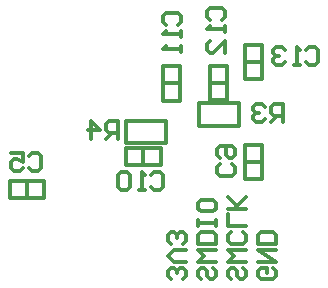
<source format=gbo>
G04*
G04 #@! TF.GenerationSoftware,Altium Limited,Altium Designer,21.0.8 (223)*
G04*
G04 Layer_Color=32896*
%FSLAX24Y24*%
%MOIN*%
G70*
G04*
G04 #@! TF.SameCoordinates,8C0F5777-7222-4B99-86F0-090FC40BF16C*
G04*
G04*
G04 #@! TF.FilePolarity,Positive*
G04*
G01*
G75*
%ADD11C,0.0118*%
D11*
X12304Y6028D02*
Y6599D01*
X11739Y6028D02*
X12875D01*
X11733D02*
Y6599D01*
X11739D02*
X12869D01*
X12875Y6028D02*
Y6599D01*
X13058Y6739D02*
Y7498D01*
X11733Y6739D02*
X13058D01*
X11733Y7498D02*
X13058Y7498D01*
X11733Y6739D02*
Y7498D01*
X15690Y6134D02*
X16261D01*
Y5569D02*
Y6705D01*
X15690Y5563D02*
X16261D01*
X15690Y5569D02*
Y6699D01*
Y6705D02*
X16261D01*
X12950Y8170D02*
X13521D01*
Y8176D02*
Y9306D01*
X12950Y9312D02*
X13521D01*
X12950Y8170D02*
Y9306D01*
Y8741D02*
X13521D01*
X14528Y8751D02*
X15099D01*
X14528Y8180D02*
Y9316D01*
Y9322D02*
X15099D01*
Y8186D02*
Y9316D01*
X14528Y8180D02*
X15099D01*
X15690Y9445D02*
X16261D01*
Y8880D02*
Y10015D01*
X15690Y8874D02*
X16261D01*
X15690Y8880D02*
Y10010D01*
Y10015D02*
X16261D01*
X15496Y7333D02*
Y8092D01*
X14171Y7333D02*
X15496Y7333D01*
X14171Y8092D02*
X15496D01*
X14171Y7333D02*
Y8092D01*
X7842Y4906D02*
Y5477D01*
X7848Y4906D02*
X8978D01*
X8984D02*
Y5477D01*
X7842D02*
X8978D01*
X8413Y4906D02*
Y5477D01*
X13625Y2210D02*
X13724Y2308D01*
Y2505D01*
X13625Y2604D01*
X13527D01*
X13428Y2505D01*
Y2407D01*
Y2505D01*
X13330Y2604D01*
X13232D01*
X13133Y2505D01*
Y2308D01*
X13232Y2210D01*
X13724Y2800D02*
X13330D01*
X13133Y2997D01*
X13330Y3194D01*
X13724D01*
X13625Y3391D02*
X13724Y3489D01*
Y3686D01*
X13625Y3784D01*
X13527D01*
X13428Y3686D01*
Y3588D01*
Y3686D01*
X13330Y3784D01*
X13232D01*
X13133Y3686D01*
Y3489D01*
X13232Y3391D01*
X14625Y2604D02*
X14724Y2505D01*
Y2308D01*
X14625Y2210D01*
X14527D01*
X14428Y2308D01*
Y2505D01*
X14330Y2604D01*
X14232D01*
X14133Y2505D01*
Y2308D01*
X14232Y2210D01*
X14724Y2800D02*
X14133D01*
X14330Y2997D01*
X14133Y3194D01*
X14724D01*
Y3391D02*
X14133D01*
Y3686D01*
X14232Y3784D01*
X14625D01*
X14724Y3686D01*
Y3391D01*
Y3981D02*
Y4178D01*
Y4079D01*
X14133D01*
Y3981D01*
Y4178D01*
X14724Y4768D02*
Y4571D01*
X14625Y4473D01*
X14232D01*
X14133Y4571D01*
Y4768D01*
X14232Y4867D01*
X14625D01*
X14724Y4768D01*
X16625Y2604D02*
X16724Y2505D01*
Y2308D01*
X16625Y2210D01*
X16232D01*
X16133Y2308D01*
Y2505D01*
X16232Y2604D01*
X16428D01*
Y2407D01*
X16133Y2800D02*
X16724D01*
X16133Y3194D01*
X16724D01*
Y3391D02*
X16133D01*
Y3686D01*
X16232Y3784D01*
X16625D01*
X16724Y3686D01*
Y3391D01*
X15625Y2604D02*
X15724Y2505D01*
Y2308D01*
X15625Y2210D01*
X15527D01*
X15428Y2308D01*
Y2505D01*
X15330Y2604D01*
X15232D01*
X15133Y2505D01*
Y2308D01*
X15232Y2210D01*
X15724Y2800D02*
X15133D01*
X15330Y2997D01*
X15133Y3194D01*
X15724D01*
X15625Y3784D02*
X15724Y3686D01*
Y3489D01*
X15625Y3391D01*
X15232D01*
X15133Y3489D01*
Y3686D01*
X15232Y3784D01*
X15724Y3981D02*
X15133D01*
Y4375D01*
X15724Y4571D02*
X15133D01*
X15330D01*
X15724Y4965D01*
X15428Y4670D01*
X15133Y4965D01*
X12540Y5690D02*
X12640Y5790D01*
X12840D01*
X12940Y5690D01*
Y5290D01*
X12840Y5190D01*
X12640D01*
X12540Y5290D01*
X12340Y5190D02*
X12140D01*
X12240D01*
Y5790D01*
X12340Y5690D01*
X11840D02*
X11740Y5790D01*
X11540D01*
X11440Y5690D01*
Y5290D01*
X11540Y5190D01*
X11740D01*
X11840Y5290D01*
Y5690D01*
X11440Y6880D02*
Y7480D01*
X11140D01*
X11040Y7380D01*
Y7180D01*
X11140Y7080D01*
X11440D01*
X11240D02*
X11040Y6880D01*
X10540D02*
Y7480D01*
X10840Y7180D01*
X10440D01*
X16940Y7440D02*
Y8040D01*
X16640D01*
X16540Y7940D01*
Y7740D01*
X16640Y7640D01*
X16940D01*
X16740D02*
X16540Y7440D01*
X16340Y7940D02*
X16240Y8040D01*
X16040D01*
X15940Y7940D01*
Y7840D01*
X16040Y7740D01*
X16140D01*
X16040D01*
X15940Y7640D01*
Y7540D01*
X16040Y7440D01*
X16240D01*
X16340Y7540D01*
X17730Y9840D02*
X17830Y9940D01*
X18030D01*
X18130Y9840D01*
Y9440D01*
X18030Y9340D01*
X17830D01*
X17730Y9440D01*
X17530Y9340D02*
X17330D01*
X17430D01*
Y9940D01*
X17530Y9840D01*
X17030D02*
X16930Y9940D01*
X16730D01*
X16630Y9840D01*
Y9740D01*
X16730Y9640D01*
X16830D01*
X16730D01*
X16630Y9540D01*
Y9440D01*
X16730Y9340D01*
X16930D01*
X17030Y9440D01*
X14537Y10853D02*
X14437Y10953D01*
Y11153D01*
X14537Y11253D01*
X14937D01*
X15037Y11153D01*
Y10953D01*
X14937Y10853D01*
X15037Y10653D02*
Y10453D01*
Y10553D01*
X14437D01*
X14537Y10653D01*
X15037Y9753D02*
Y10153D01*
X14637Y9753D01*
X14537D01*
X14437Y9853D01*
Y10053D01*
X14537Y10153D01*
X13070Y10684D02*
X12970Y10784D01*
Y10984D01*
X13070Y11084D01*
X13470D01*
X13570Y10984D01*
Y10784D01*
X13470Y10684D01*
X13570Y10484D02*
Y10284D01*
Y10384D01*
X12970D01*
X13070Y10484D01*
X13570Y9984D02*
Y9784D01*
Y9884D01*
X12970D01*
X13070Y9984D01*
X15255Y6044D02*
X15355Y5944D01*
Y5744D01*
X15255Y5644D01*
X14855D01*
X14755Y5744D01*
Y5944D01*
X14855Y6044D01*
Y6244D02*
X14755Y6344D01*
Y6544D01*
X14855Y6644D01*
X15255D01*
X15355Y6544D01*
Y6344D01*
X15255Y6244D01*
X15155D01*
X15055Y6344D01*
Y6644D01*
X8486Y6321D02*
X8586Y6421D01*
X8785D01*
X8885Y6321D01*
Y5921D01*
X8785Y5821D01*
X8586D01*
X8486Y5921D01*
X7886Y6421D02*
X8286D01*
Y6121D01*
X8086Y6221D01*
X7986D01*
X7886Y6121D01*
Y5921D01*
X7986Y5821D01*
X8186D01*
X8286Y5921D01*
M02*

</source>
